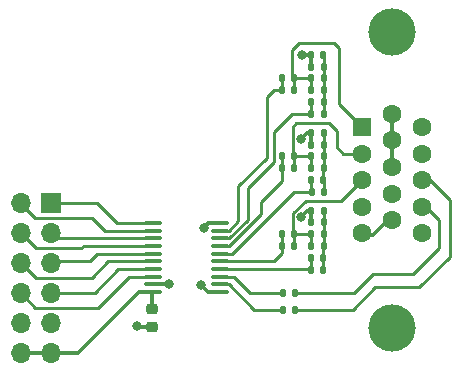
<source format=gbr>
%TF.GenerationSoftware,KiCad,Pcbnew,8.0.2*%
%TF.CreationDate,2024-06-11T02:39:08+02:00*%
%TF.ProjectId,tiny-vga,74696e79-2d76-4676-912e-6b696361645f,v1.0*%
%TF.SameCoordinates,Original*%
%TF.FileFunction,Copper,L1,Top*%
%TF.FilePolarity,Positive*%
%FSLAX46Y46*%
G04 Gerber Fmt 4.6, Leading zero omitted, Abs format (unit mm)*
G04 Created by KiCad (PCBNEW 8.0.2) date 2024-06-11 02:39:08*
%MOMM*%
%LPD*%
G01*
G04 APERTURE LIST*
G04 Aperture macros list*
%AMRoundRect*
0 Rectangle with rounded corners*
0 $1 Rounding radius*
0 $2 $3 $4 $5 $6 $7 $8 $9 X,Y pos of 4 corners*
0 Add a 4 corners polygon primitive as box body*
4,1,4,$2,$3,$4,$5,$6,$7,$8,$9,$2,$3,0*
0 Add four circle primitives for the rounded corners*
1,1,$1+$1,$2,$3*
1,1,$1+$1,$4,$5*
1,1,$1+$1,$6,$7*
1,1,$1+$1,$8,$9*
0 Add four rect primitives between the rounded corners*
20,1,$1+$1,$2,$3,$4,$5,0*
20,1,$1+$1,$4,$5,$6,$7,0*
20,1,$1+$1,$6,$7,$8,$9,0*
20,1,$1+$1,$8,$9,$2,$3,0*%
G04 Aperture macros list end*
%TA.AperFunction,SMDPad,CuDef*%
%ADD10RoundRect,0.135000X-0.135000X-0.185000X0.135000X-0.185000X0.135000X0.185000X-0.135000X0.185000X0*%
%TD*%
%TA.AperFunction,SMDPad,CuDef*%
%ADD11RoundRect,0.135000X0.135000X0.185000X-0.135000X0.185000X-0.135000X-0.185000X0.135000X-0.185000X0*%
%TD*%
%TA.AperFunction,ComponentPad*%
%ADD12R,1.700000X1.700000*%
%TD*%
%TA.AperFunction,ComponentPad*%
%ADD13O,1.700000X1.700000*%
%TD*%
%TA.AperFunction,ComponentPad*%
%ADD14C,4.000000*%
%TD*%
%TA.AperFunction,ComponentPad*%
%ADD15R,1.600000X1.600000*%
%TD*%
%TA.AperFunction,ComponentPad*%
%ADD16C,1.600000*%
%TD*%
%TA.AperFunction,SMDPad,CuDef*%
%ADD17RoundRect,0.225000X-0.250000X0.225000X-0.250000X-0.225000X0.250000X-0.225000X0.250000X0.225000X0*%
%TD*%
%TA.AperFunction,SMDPad,CuDef*%
%ADD18RoundRect,0.100000X0.637500X0.100000X-0.637500X0.100000X-0.637500X-0.100000X0.637500X-0.100000X0*%
%TD*%
%TA.AperFunction,ViaPad*%
%ADD19C,0.800000*%
%TD*%
%TA.AperFunction,Conductor*%
%ADD20C,0.350000*%
%TD*%
%TA.AperFunction,Conductor*%
%ADD21C,0.250000*%
%TD*%
G04 APERTURE END LIST*
D10*
%TO.P,R21,1*%
%TO.N,B1*%
X152090000Y-83100000D03*
%TO.P,R21,2*%
%TO.N,AnalogB*%
X153110000Y-83100000D03*
%TD*%
%TO.P,R11,1*%
%TO.N,G1*%
X152090000Y-76500000D03*
%TO.P,R11,2*%
%TO.N,AnalogG*%
X153110000Y-76500000D03*
%TD*%
D11*
%TO.P,R4,1*%
%TO.N,Net-(R1-Pad1)*%
X155610000Y-68900000D03*
%TO.P,R4,2*%
%TO.N,AnalogR*%
X154590000Y-68900000D03*
%TD*%
%TO.P,R6,1*%
%TO.N,Net-(R1-Pad1)*%
X155610000Y-69900000D03*
%TO.P,R6,2*%
%TO.N,AnalogR*%
X154590000Y-69900000D03*
%TD*%
%TO.P,R14,1*%
%TO.N,Net-(R10-Pad1)*%
X155610000Y-76500000D03*
%TO.P,R14,2*%
%TO.N,AnalogG*%
X154590000Y-76500000D03*
%TD*%
D10*
%TO.P,R16,1*%
%TO.N,G0*%
X154600000Y-78500000D03*
%TO.P,R16,2*%
%TO.N,Net-(R10-Pad1)*%
X155620000Y-78500000D03*
%TD*%
%TO.P,R23,1*%
%TO.N,B0*%
X154580000Y-84100000D03*
%TO.P,R23,2*%
%TO.N,Net-(R17-Pad1)*%
X155600000Y-84100000D03*
%TD*%
D11*
%TO.P,R20,1*%
%TO.N,Net-(R17-Pad1)*%
X155610000Y-82100000D03*
%TO.P,R20,2*%
%TO.N,AnalogB*%
X154590000Y-82100000D03*
%TD*%
D12*
%TO.P,J1,1,Pin_1*%
%TO.N,PMOD1*%
X132540000Y-79460000D03*
D13*
%TO.P,J1,2,Pin_2*%
%TO.N,PMOD2*%
X132540000Y-82000000D03*
%TO.P,J1,3,Pin_3*%
%TO.N,PMOD3*%
X132540000Y-84540000D03*
%TO.P,J1,4,Pin_4*%
%TO.N,PMOD4*%
X132540000Y-87080000D03*
%TO.P,J1,5,Pin_5*%
%TO.N,GND*%
X132540000Y-89620000D03*
%TO.P,J1,6,Pin_6*%
%TO.N,+3.3V*%
X132540000Y-92160000D03*
%TO.P,J1,7,Pin_7*%
%TO.N,PMOD5*%
X130000000Y-79460000D03*
%TO.P,J1,8,Pin_8*%
%TO.N,PMOD6*%
X130000000Y-82000000D03*
%TO.P,J1,9,Pin_9*%
%TO.N,PMOD7*%
X130000000Y-84540000D03*
%TO.P,J1,10,Pin_10*%
%TO.N,PMOD8*%
X130000000Y-87080000D03*
%TO.P,J1,11,Pin_11*%
%TO.N,GND*%
X130000000Y-89620000D03*
%TO.P,J1,12,Pin_12*%
%TO.N,+3.3V*%
X130000000Y-92160000D03*
%TD*%
D10*
%TO.P,R24,1*%
%TO.N,B0*%
X154580000Y-85100000D03*
%TO.P,R24,2*%
%TO.N,Net-(R17-Pad1)*%
X155600000Y-85100000D03*
%TD*%
D14*
%TO.P,J2,0*%
%TO.N,GND*%
X161420000Y-90015000D03*
X161420000Y-65015000D03*
D15*
%TO.P,J2,1*%
%TO.N,AnalogR*%
X158880000Y-73025000D03*
D16*
%TO.P,J2,2*%
%TO.N,AnalogG*%
X158880000Y-75275000D03*
%TO.P,J2,3*%
%TO.N,AnalogB*%
X158880000Y-77525000D03*
%TO.P,J2,4*%
%TO.N,unconnected-(J2-Pad4)*%
X158880000Y-79775000D03*
%TO.P,J2,5*%
%TO.N,GND*%
X158880000Y-82025000D03*
%TO.P,J2,6*%
X161420000Y-71900000D03*
%TO.P,J2,7*%
X161420000Y-74150000D03*
%TO.P,J2,8*%
X161420000Y-76400000D03*
%TO.P,J2,9*%
%TO.N,unconnected-(J2-Pad9)*%
X161420000Y-78650000D03*
%TO.P,J2,10*%
%TO.N,GND*%
X161420000Y-80900000D03*
%TO.P,J2,11*%
%TO.N,unconnected-(J2-Pad11)*%
X163960000Y-73025000D03*
%TO.P,J2,12*%
%TO.N,unconnected-(J2-Pad12)*%
X163960000Y-75275000D03*
%TO.P,J2,13*%
%TO.N,Net-(J2-Pad13)*%
X163960000Y-77525000D03*
%TO.P,J2,14*%
%TO.N,Net-(J2-Pad14)*%
X163960000Y-79775000D03*
%TO.P,J2,15*%
%TO.N,unconnected-(J2-Pad15)*%
X163960000Y-82025000D03*
%TD*%
D10*
%TO.P,R13,1*%
%TO.N,G1*%
X152090000Y-75500000D03*
%TO.P,R13,2*%
%TO.N,AnalogG*%
X153110000Y-75500000D03*
%TD*%
%TO.P,R7,1*%
%TO.N,R0*%
X154590000Y-70900000D03*
%TO.P,R7,2*%
%TO.N,Net-(R1-Pad1)*%
X155610000Y-70900000D03*
%TD*%
%TO.P,R26,1*%
%TO.N,Vsync*%
X152190000Y-87100000D03*
%TO.P,R26,2*%
%TO.N,Net-(J2-Pad14)*%
X153210000Y-87100000D03*
%TD*%
%TO.P,R3,1*%
%TO.N,R1*%
X152090000Y-68900000D03*
%TO.P,R3,2*%
%TO.N,AnalogR*%
X153110000Y-68900000D03*
%TD*%
D11*
%TO.P,R18,1*%
%TO.N,Net-(R17-Pad1)*%
X155610000Y-81100000D03*
%TO.P,R18,2*%
%TO.N,GND*%
X154590000Y-81100000D03*
%TD*%
D10*
%TO.P,R25,1*%
%TO.N,Hsync*%
X152190000Y-88500000D03*
%TO.P,R25,2*%
%TO.N,Net-(J2-Pad13)*%
X153210000Y-88500000D03*
%TD*%
D11*
%TO.P,R22,1*%
%TO.N,Net-(R17-Pad1)*%
X155610000Y-83100000D03*
%TO.P,R22,2*%
%TO.N,AnalogB*%
X154590000Y-83100000D03*
%TD*%
D17*
%TO.P,C1,1*%
%TO.N,+3.3V*%
X141100000Y-88400000D03*
%TO.P,C1,2*%
%TO.N,GND*%
X141100000Y-89950000D03*
%TD*%
D18*
%TO.P,U1,1,DIR*%
%TO.N,GND*%
X146862500Y-87000000D03*
%TO.P,U1,2,A1*%
%TO.N,Hsync*%
X146862500Y-86350000D03*
%TO.P,U1,3,A2*%
%TO.N,Vsync*%
X146862500Y-85700000D03*
%TO.P,U1,4,A3*%
%TO.N,B0*%
X146862500Y-85050000D03*
%TO.P,U1,5,A4*%
%TO.N,B1*%
X146862500Y-84400000D03*
%TO.P,U1,6,A5*%
%TO.N,G0*%
X146862500Y-83750000D03*
%TO.P,U1,7,A6*%
%TO.N,G1*%
X146862500Y-83100000D03*
%TO.P,U1,8,A7*%
%TO.N,R0*%
X146862500Y-82450000D03*
%TO.P,U1,9,A8*%
%TO.N,R1*%
X146862500Y-81800000D03*
%TO.P,U1,10,GND*%
%TO.N,GND*%
X146862500Y-81150000D03*
%TO.P,U1,11,B8*%
%TO.N,PMOD1*%
X141137500Y-81150000D03*
%TO.P,U1,12,B7*%
%TO.N,PMOD5*%
X141137500Y-81800000D03*
%TO.P,U1,13,B6*%
%TO.N,PMOD2*%
X141137500Y-82450000D03*
%TO.P,U1,14,B5*%
%TO.N,PMOD6*%
X141137500Y-83100000D03*
%TO.P,U1,15,B4*%
%TO.N,PMOD3*%
X141137500Y-83750000D03*
%TO.P,U1,16,B3*%
%TO.N,PMOD7*%
X141137500Y-84400000D03*
%TO.P,U1,17,B2*%
%TO.N,PMOD4*%
X141137500Y-85050000D03*
%TO.P,U1,18,B1*%
%TO.N,PMOD8*%
X141137500Y-85700000D03*
%TO.P,U1,19,~{OE}*%
%TO.N,GND*%
X141137500Y-86350000D03*
%TO.P,U1,20,Vcc*%
%TO.N,+3.3V*%
X141137500Y-87000000D03*
%TD*%
D11*
%TO.P,R1,1*%
%TO.N,Net-(R1-Pad1)*%
X155600000Y-66900000D03*
%TO.P,R1,2*%
%TO.N,GND*%
X154580000Y-66900000D03*
%TD*%
D10*
%TO.P,R19,1*%
%TO.N,B1*%
X152090000Y-82100000D03*
%TO.P,R19,2*%
%TO.N,AnalogB*%
X153110000Y-82100000D03*
%TD*%
%TO.P,R15,1*%
%TO.N,G0*%
X154580000Y-77500000D03*
%TO.P,R15,2*%
%TO.N,Net-(R10-Pad1)*%
X155600000Y-77500000D03*
%TD*%
D11*
%TO.P,R2,1*%
%TO.N,Net-(R1-Pad1)*%
X155610000Y-67900000D03*
%TO.P,R2,2*%
%TO.N,GND*%
X154590000Y-67900000D03*
%TD*%
%TO.P,R12,1*%
%TO.N,Net-(R10-Pad1)*%
X155610000Y-75500000D03*
%TO.P,R12,2*%
%TO.N,AnalogG*%
X154590000Y-75500000D03*
%TD*%
%TO.P,R17,1*%
%TO.N,Net-(R17-Pad1)*%
X155610000Y-80100000D03*
%TO.P,R17,2*%
%TO.N,GND*%
X154590000Y-80100000D03*
%TD*%
%TO.P,R10,1*%
%TO.N,Net-(R10-Pad1)*%
X155610000Y-74500000D03*
%TO.P,R10,2*%
%TO.N,GND*%
X154590000Y-74500000D03*
%TD*%
D10*
%TO.P,R5,1*%
%TO.N,R1*%
X152090000Y-69900000D03*
%TO.P,R5,2*%
%TO.N,AnalogR*%
X153110000Y-69900000D03*
%TD*%
%TO.P,R8,1*%
%TO.N,R0*%
X154590000Y-71900000D03*
%TO.P,R8,2*%
%TO.N,Net-(R1-Pad1)*%
X155610000Y-71900000D03*
%TD*%
D11*
%TO.P,R9,1*%
%TO.N,Net-(R10-Pad1)*%
X155610000Y-73500000D03*
%TO.P,R9,2*%
%TO.N,GND*%
X154590000Y-73500000D03*
%TD*%
D19*
%TO.N,GND*%
X142500000Y-86350000D03*
X153800000Y-66900000D03*
X145200000Y-86400000D03*
X153711500Y-80600000D03*
X139800000Y-89900000D03*
X145450000Y-81550000D03*
X153700000Y-74000000D03*
%TD*%
D20*
%TO.N,GND*%
X161420000Y-71900000D02*
X161420000Y-74150000D01*
X158380000Y-82200000D02*
X159795000Y-82200000D01*
X154590000Y-81100000D02*
X154590000Y-80100000D01*
X153800000Y-66900000D02*
X154580000Y-66900000D01*
X161420000Y-74150000D02*
X161420000Y-76400000D01*
X145850000Y-81150000D02*
X146862500Y-81150000D01*
X145450000Y-81550000D02*
X145850000Y-81150000D01*
X154590000Y-73500000D02*
X154200000Y-73500000D01*
X141100000Y-89950000D02*
X139850000Y-89950000D01*
X154590000Y-66910000D02*
X154580000Y-66900000D01*
X154590000Y-73500000D02*
X154590000Y-74500000D01*
X154211500Y-80100000D02*
X153711500Y-80600000D01*
X154200000Y-73500000D02*
X153700000Y-74000000D01*
X161110000Y-81215000D02*
X161139669Y-81215000D01*
X159795000Y-82200000D02*
X160920000Y-81075000D01*
X142500000Y-86350000D02*
X141137500Y-86350000D01*
X154590000Y-67900000D02*
X154590000Y-66910000D01*
X139850000Y-89950000D02*
X139800000Y-89900000D01*
X145200000Y-86400000D02*
X145800000Y-87000000D01*
X145800000Y-87000000D02*
X146862500Y-87000000D01*
X154590000Y-80100000D02*
X154211500Y-80100000D01*
D21*
%TO.N,R0*%
X152900000Y-71900000D02*
X154590000Y-71900000D01*
X146862500Y-82450000D02*
X147599999Y-82450000D01*
X149200000Y-78200000D02*
X151400000Y-76000000D01*
X151400000Y-76000000D02*
X151400000Y-73400000D01*
X154590000Y-71900000D02*
X154590000Y-70900000D01*
X149200000Y-80849999D02*
X149200000Y-78200000D01*
X147599999Y-82450000D02*
X149200000Y-80849999D01*
X151400000Y-73400000D02*
X152900000Y-71900000D01*
%TO.N,R1*%
X148400000Y-78000000D02*
X150800000Y-75600000D01*
X151400000Y-69900000D02*
X152090000Y-69900000D01*
X150800000Y-75600000D02*
X150800000Y-70500000D01*
X146862500Y-81800000D02*
X147599999Y-81800000D01*
X150800000Y-70500000D02*
X151400000Y-69900000D01*
X148400000Y-80999999D02*
X148400000Y-78000000D01*
X147599999Y-81800000D02*
X148400000Y-80999999D01*
X152090000Y-68900000D02*
X152090000Y-69900000D01*
D20*
%TO.N,+3.3V*%
X141100000Y-88140000D02*
X141100000Y-87037500D01*
X134840000Y-92160000D02*
X140000000Y-87000000D01*
X140000000Y-87000000D02*
X141137500Y-87000000D01*
X141100000Y-87037500D02*
X141137500Y-87000000D01*
X132540000Y-92160000D02*
X134840000Y-92160000D01*
X130000000Y-92160000D02*
X132540000Y-92160000D01*
D21*
%TO.N,AnalogR*%
X152900000Y-66500000D02*
X153500000Y-65900000D01*
X156900000Y-71045000D02*
X158880000Y-73025000D01*
X153110000Y-69900000D02*
X153110000Y-68900000D01*
X154590000Y-68900000D02*
X154590000Y-69900000D01*
X153110000Y-68900000D02*
X154590000Y-68900000D01*
X153500000Y-65900000D02*
X156500000Y-65900000D01*
X156900000Y-66300000D02*
X156900000Y-71045000D01*
X156500000Y-65900000D02*
X156900000Y-66300000D01*
X153110000Y-68900000D02*
X152900000Y-68690000D01*
X152900000Y-68690000D02*
X152900000Y-66500000D01*
%TO.N,Hsync*%
X149750000Y-88500000D02*
X152190000Y-88500000D01*
X146862500Y-86350000D02*
X147600000Y-86350000D01*
X147600000Y-86350000D02*
X149750000Y-88500000D01*
%TO.N,G0*%
X154580000Y-78480000D02*
X154600000Y-78500000D01*
X147850000Y-83750000D02*
X153100000Y-78500000D01*
X146862500Y-83750000D02*
X147850000Y-83750000D01*
X153100000Y-78500000D02*
X154600000Y-78500000D01*
X154580000Y-77500000D02*
X154580000Y-78480000D01*
%TO.N,AnalogG*%
X156750000Y-73350000D02*
X156100000Y-72700000D01*
X153110000Y-75500000D02*
X154590000Y-75500000D01*
X158375000Y-75275000D02*
X157275000Y-75275000D01*
X156100000Y-72700000D02*
X153300000Y-72700000D01*
X154590000Y-75500000D02*
X154590000Y-76500000D01*
X158580000Y-75480000D02*
X158375000Y-75275000D01*
X153300000Y-72700000D02*
X153000000Y-73000000D01*
X157275000Y-75275000D02*
X156750000Y-74750000D01*
X153000000Y-73000000D02*
X153000000Y-75390000D01*
X153000000Y-75390000D02*
X153110000Y-75500000D01*
X153110000Y-76500000D02*
X153110000Y-75500000D01*
X156750000Y-74750000D02*
X156750000Y-73350000D01*
%TO.N,G1*%
X146862500Y-83100000D02*
X147600000Y-83100000D01*
X152090000Y-77610000D02*
X152090000Y-76500000D01*
X150300000Y-80400000D02*
X150300000Y-79400000D01*
X150300000Y-79400000D02*
X152090000Y-77610000D01*
X147600000Y-83100000D02*
X150300000Y-80400000D01*
X152090000Y-75500000D02*
X152090000Y-76500000D01*
%TO.N,B0*%
X154580000Y-85100000D02*
X154580000Y-84100000D01*
X154530000Y-85050000D02*
X154580000Y-85100000D01*
X146862500Y-85050000D02*
X154530000Y-85050000D01*
%TO.N,AnalogB*%
X153059500Y-82049500D02*
X153110000Y-82100000D01*
X158880000Y-77525000D02*
X157105000Y-79300000D01*
X158580000Y-77770000D02*
X158825000Y-77525000D01*
X153059500Y-80329932D02*
X153059500Y-82049500D01*
X157105000Y-79300000D02*
X154089432Y-79300000D01*
X158825000Y-77525000D02*
X158880000Y-77525000D01*
X153110000Y-82100000D02*
X154590000Y-82100000D01*
X154590000Y-83100000D02*
X154590000Y-82100000D01*
X154089432Y-79300000D02*
X153059500Y-80329932D01*
X153110000Y-83100000D02*
X153110000Y-82100000D01*
%TO.N,B1*%
X152090000Y-82100000D02*
X152090000Y-83100000D01*
X146862500Y-84400000D02*
X151400000Y-84400000D01*
X151400000Y-84400000D02*
X152090000Y-83710000D01*
X152090000Y-83710000D02*
X152090000Y-83100000D01*
%TO.N,Vsync*%
X146862500Y-85700000D02*
X148000000Y-85700000D01*
X149400000Y-87100000D02*
X152190000Y-87100000D01*
X148000000Y-85700000D02*
X149400000Y-87100000D01*
%TO.N,PMOD1*%
X136460000Y-79460000D02*
X138150000Y-81150000D01*
X132540000Y-79460000D02*
X136460000Y-79460000D01*
X138150000Y-81150000D02*
X141137500Y-81150000D01*
%TO.N,PMOD2*%
X132540000Y-82000000D02*
X132990000Y-82450000D01*
X132990000Y-82450000D02*
X141137500Y-82450000D01*
%TO.N,PMOD3*%
X132540000Y-84540000D02*
X132680000Y-84400000D01*
X135800000Y-84400000D02*
X136450000Y-83750000D01*
X136450000Y-83750000D02*
X141137500Y-83750000D01*
X132680000Y-84400000D02*
X135800000Y-84400000D01*
%TO.N,PMOD4*%
X138250000Y-85050000D02*
X141137500Y-85050000D01*
X136220000Y-87080000D02*
X138250000Y-85050000D01*
X132540000Y-87080000D02*
X136220000Y-87080000D01*
%TO.N,PMOD5*%
X136000000Y-80700000D02*
X137100000Y-81800000D01*
X137100000Y-81800000D02*
X141137500Y-81800000D01*
X130000000Y-79500000D02*
X131200000Y-80700000D01*
X130000000Y-79460000D02*
X130000000Y-79500000D01*
X131200000Y-80700000D02*
X136000000Y-80700000D01*
%TO.N,PMOD6*%
X130000000Y-82000000D02*
X131300000Y-83300000D01*
X131300000Y-83300000D02*
X135100000Y-83300000D01*
X135100000Y-83300000D02*
X135300000Y-83100000D01*
X135300000Y-83100000D02*
X141137500Y-83100000D01*
%TO.N,PMOD7*%
X131260000Y-85800000D02*
X136000000Y-85800000D01*
X136000000Y-85800000D02*
X137400000Y-84400000D01*
X137400000Y-84400000D02*
X141137500Y-84400000D01*
X130000000Y-84540000D02*
X131260000Y-85800000D01*
%TO.N,PMOD8*%
X131220000Y-88300000D02*
X136500000Y-88300000D01*
X136500000Y-88300000D02*
X139100000Y-85700000D01*
X130000000Y-87080000D02*
X131220000Y-88300000D01*
X139100000Y-85700000D02*
X141137500Y-85700000D01*
%TO.N,Net-(R1-Pad1)*%
X155610000Y-68900000D02*
X155610000Y-67900000D01*
X155610000Y-70900000D02*
X155610000Y-69900000D01*
X155610000Y-67900000D02*
X155610000Y-66910000D01*
X155610000Y-66910000D02*
X155600000Y-66900000D01*
X155610000Y-69900000D02*
X155610000Y-68900000D01*
X155610000Y-71900000D02*
X155610000Y-70900000D01*
%TO.N,Net-(R10-Pad1)*%
X155610000Y-76500000D02*
X155610000Y-75500000D01*
X155600000Y-77500000D02*
X155600000Y-76510000D01*
X155620000Y-78500000D02*
X155620000Y-77520000D01*
X155600000Y-76510000D02*
X155610000Y-76500000D01*
X155610000Y-75500000D02*
X155610000Y-74500000D01*
X155610000Y-74500000D02*
X155610000Y-73500000D01*
X155620000Y-77520000D02*
X155600000Y-77500000D01*
%TO.N,Net-(R17-Pad1)*%
X155610000Y-83100000D02*
X155610000Y-82100000D01*
X155610000Y-80100000D02*
X155610000Y-81100000D01*
X155600000Y-84100000D02*
X155600000Y-83110000D01*
X155600000Y-83110000D02*
X155610000Y-83100000D01*
X155600000Y-85100000D02*
X155600000Y-84100000D01*
X155610000Y-81100000D02*
X155610000Y-82100000D01*
%TO.N,Net-(J2-Pad13)*%
X158100000Y-88500000D02*
X153210000Y-88500000D01*
X166300000Y-84000000D02*
X163700000Y-86600000D01*
X164625000Y-77525000D02*
X166300000Y-79200000D01*
X163700000Y-86600000D02*
X160000000Y-86600000D01*
X163660000Y-77770000D02*
X163905000Y-77525000D01*
X166300000Y-79200000D02*
X166300000Y-84000000D01*
X163905000Y-77525000D02*
X164625000Y-77525000D01*
X160000000Y-86600000D02*
X158100000Y-88500000D01*
%TO.N,Net-(J2-Pad14)*%
X165400000Y-83300000D02*
X163200000Y-85500000D01*
X158200000Y-87100000D02*
X153210000Y-87100000D01*
X163200000Y-85500000D02*
X159800000Y-85500000D01*
X165400000Y-80900000D02*
X165400000Y-83300000D01*
X163660000Y-80060000D02*
X164560000Y-80060000D01*
X164560000Y-80060000D02*
X165400000Y-80900000D01*
X159800000Y-85500000D02*
X158200000Y-87100000D01*
%TD*%
M02*

</source>
